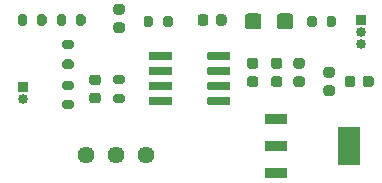
<source format=gbr>
%TF.GenerationSoftware,KiCad,Pcbnew,(5.1.10)-1*%
%TF.CreationDate,2022-02-05T14:04:05-05:00*%
%TF.ProjectId,Strain_Guage_Schematic,53747261-696e-45f4-9775-6167655f5363,rev?*%
%TF.SameCoordinates,Original*%
%TF.FileFunction,Soldermask,Top*%
%TF.FilePolarity,Negative*%
%FSLAX46Y46*%
G04 Gerber Fmt 4.6, Leading zero omitted, Abs format (unit mm)*
G04 Created by KiCad (PCBNEW (5.1.10)-1) date 2022-02-05 14:04:05*
%MOMM*%
%LPD*%
G01*
G04 APERTURE LIST*
%ADD10R,0.850000X0.850000*%
%ADD11O,0.850000X0.850000*%
%ADD12C,1.440000*%
%ADD13R,1.840000X0.930000*%
%ADD14R,1.840000X3.190000*%
G04 APERTURE END LIST*
%TO.C,C1*%
G36*
G01*
X91237000Y-46642000D02*
X90737000Y-46642000D01*
G75*
G02*
X90512000Y-46417000I0J225000D01*
G01*
X90512000Y-45967000D01*
G75*
G02*
X90737000Y-45742000I225000J0D01*
G01*
X91237000Y-45742000D01*
G75*
G02*
X91462000Y-45967000I0J-225000D01*
G01*
X91462000Y-46417000D01*
G75*
G02*
X91237000Y-46642000I-225000J0D01*
G01*
G37*
G36*
G01*
X91237000Y-48192000D02*
X90737000Y-48192000D01*
G75*
G02*
X90512000Y-47967000I0J225000D01*
G01*
X90512000Y-47517000D01*
G75*
G02*
X90737000Y-47292000I225000J0D01*
G01*
X91237000Y-47292000D01*
G75*
G02*
X91462000Y-47517000I0J-225000D01*
G01*
X91462000Y-47967000D01*
G75*
G02*
X91237000Y-48192000I-225000J0D01*
G01*
G37*
%TD*%
%TO.C,C2*%
G36*
G01*
X93142000Y-48192000D02*
X92642000Y-48192000D01*
G75*
G02*
X92417000Y-47967000I0J225000D01*
G01*
X92417000Y-47517000D01*
G75*
G02*
X92642000Y-47292000I225000J0D01*
G01*
X93142000Y-47292000D01*
G75*
G02*
X93367000Y-47517000I0J-225000D01*
G01*
X93367000Y-47967000D01*
G75*
G02*
X93142000Y-48192000I-225000J0D01*
G01*
G37*
G36*
G01*
X93142000Y-46642000D02*
X92642000Y-46642000D01*
G75*
G02*
X92417000Y-46417000I0J225000D01*
G01*
X92417000Y-45967000D01*
G75*
G02*
X92642000Y-45742000I225000J0D01*
G01*
X93142000Y-45742000D01*
G75*
G02*
X93367000Y-45967000I0J-225000D01*
G01*
X93367000Y-46417000D01*
G75*
G02*
X93142000Y-46642000I-225000J0D01*
G01*
G37*
%TD*%
%TO.C,C3*%
G36*
G01*
X98297000Y-47979000D02*
X98297000Y-47479000D01*
G75*
G02*
X98522000Y-47254000I225000J0D01*
G01*
X98972000Y-47254000D01*
G75*
G02*
X99197000Y-47479000I0J-225000D01*
G01*
X99197000Y-47979000D01*
G75*
G02*
X98972000Y-48204000I-225000J0D01*
G01*
X98522000Y-48204000D01*
G75*
G02*
X98297000Y-47979000I0J225000D01*
G01*
G37*
G36*
G01*
X96747000Y-47979000D02*
X96747000Y-47479000D01*
G75*
G02*
X96972000Y-47254000I225000J0D01*
G01*
X97422000Y-47254000D01*
G75*
G02*
X97647000Y-47479000I0J-225000D01*
G01*
X97647000Y-47979000D01*
G75*
G02*
X97422000Y-48204000I-225000J0D01*
G01*
X96972000Y-48204000D01*
G75*
G02*
X96747000Y-47979000I0J225000D01*
G01*
G37*
%TD*%
%TO.C,C4*%
G36*
G01*
X88302000Y-43074001D02*
X88302000Y-42223999D01*
G75*
G02*
X88551999Y-41974000I249999J0D01*
G01*
X89452001Y-41974000D01*
G75*
G02*
X89702000Y-42223999I0J-249999D01*
G01*
X89702000Y-43074001D01*
G75*
G02*
X89452001Y-43324000I-249999J0D01*
G01*
X88551999Y-43324000D01*
G75*
G02*
X88302000Y-43074001I0J249999D01*
G01*
G37*
G36*
G01*
X91002000Y-43074001D02*
X91002000Y-42223999D01*
G75*
G02*
X91251999Y-41974000I249999J0D01*
G01*
X92152001Y-41974000D01*
G75*
G02*
X92402000Y-42223999I0J-249999D01*
G01*
X92402000Y-43074001D01*
G75*
G02*
X92152001Y-43324000I-249999J0D01*
G01*
X91251999Y-43324000D01*
G75*
G02*
X91002000Y-43074001I0J249999D01*
G01*
G37*
%TD*%
%TO.C,C5*%
G36*
G01*
X89205000Y-48192000D02*
X88705000Y-48192000D01*
G75*
G02*
X88480000Y-47967000I0J225000D01*
G01*
X88480000Y-47517000D01*
G75*
G02*
X88705000Y-47292000I225000J0D01*
G01*
X89205000Y-47292000D01*
G75*
G02*
X89430000Y-47517000I0J-225000D01*
G01*
X89430000Y-47967000D01*
G75*
G02*
X89205000Y-48192000I-225000J0D01*
G01*
G37*
G36*
G01*
X89205000Y-46642000D02*
X88705000Y-46642000D01*
G75*
G02*
X88480000Y-46417000I0J225000D01*
G01*
X88480000Y-45967000D01*
G75*
G02*
X88705000Y-45742000I225000J0D01*
G01*
X89205000Y-45742000D01*
G75*
G02*
X89430000Y-45967000I0J-225000D01*
G01*
X89430000Y-46417000D01*
G75*
G02*
X89205000Y-46642000I-225000J0D01*
G01*
G37*
%TD*%
%TO.C,C6*%
G36*
G01*
X77902000Y-43620000D02*
X77402000Y-43620000D01*
G75*
G02*
X77177000Y-43395000I0J225000D01*
G01*
X77177000Y-42945000D01*
G75*
G02*
X77402000Y-42720000I225000J0D01*
G01*
X77902000Y-42720000D01*
G75*
G02*
X78127000Y-42945000I0J-225000D01*
G01*
X78127000Y-43395000D01*
G75*
G02*
X77902000Y-43620000I-225000J0D01*
G01*
G37*
G36*
G01*
X77902000Y-42070000D02*
X77402000Y-42070000D01*
G75*
G02*
X77177000Y-41845000I0J225000D01*
G01*
X77177000Y-41395000D01*
G75*
G02*
X77402000Y-41170000I225000J0D01*
G01*
X77902000Y-41170000D01*
G75*
G02*
X78127000Y-41395000I0J-225000D01*
G01*
X78127000Y-41845000D01*
G75*
G02*
X77902000Y-42070000I-225000J0D01*
G01*
G37*
%TD*%
%TO.C,C7*%
G36*
G01*
X95682000Y-48954000D02*
X95182000Y-48954000D01*
G75*
G02*
X94957000Y-48729000I0J225000D01*
G01*
X94957000Y-48279000D01*
G75*
G02*
X95182000Y-48054000I225000J0D01*
G01*
X95682000Y-48054000D01*
G75*
G02*
X95907000Y-48279000I0J-225000D01*
G01*
X95907000Y-48729000D01*
G75*
G02*
X95682000Y-48954000I-225000J0D01*
G01*
G37*
G36*
G01*
X95682000Y-47404000D02*
X95182000Y-47404000D01*
G75*
G02*
X94957000Y-47179000I0J225000D01*
G01*
X94957000Y-46729000D01*
G75*
G02*
X95182000Y-46504000I225000J0D01*
G01*
X95682000Y-46504000D01*
G75*
G02*
X95907000Y-46729000I0J-225000D01*
G01*
X95907000Y-47179000D01*
G75*
G02*
X95682000Y-47404000I-225000J0D01*
G01*
G37*
%TD*%
%TO.C,C8*%
G36*
G01*
X85851000Y-42772000D02*
X85851000Y-42272000D01*
G75*
G02*
X86076000Y-42047000I225000J0D01*
G01*
X86526000Y-42047000D01*
G75*
G02*
X86751000Y-42272000I0J-225000D01*
G01*
X86751000Y-42772000D01*
G75*
G02*
X86526000Y-42997000I-225000J0D01*
G01*
X86076000Y-42997000D01*
G75*
G02*
X85851000Y-42772000I0J225000D01*
G01*
G37*
G36*
G01*
X84301000Y-42772000D02*
X84301000Y-42272000D01*
G75*
G02*
X84526000Y-42047000I225000J0D01*
G01*
X84976000Y-42047000D01*
G75*
G02*
X85201000Y-42272000I0J-225000D01*
G01*
X85201000Y-42772000D01*
G75*
G02*
X84976000Y-42997000I-225000J0D01*
G01*
X84526000Y-42997000D01*
G75*
G02*
X84301000Y-42772000I0J225000D01*
G01*
G37*
%TD*%
%TO.C,C9*%
G36*
G01*
X75870000Y-48039000D02*
X75370000Y-48039000D01*
G75*
G02*
X75145000Y-47814000I0J225000D01*
G01*
X75145000Y-47364000D01*
G75*
G02*
X75370000Y-47139000I225000J0D01*
G01*
X75870000Y-47139000D01*
G75*
G02*
X76095000Y-47364000I0J-225000D01*
G01*
X76095000Y-47814000D01*
G75*
G02*
X75870000Y-48039000I-225000J0D01*
G01*
G37*
G36*
G01*
X75870000Y-49589000D02*
X75370000Y-49589000D01*
G75*
G02*
X75145000Y-49364000I0J225000D01*
G01*
X75145000Y-48914000D01*
G75*
G02*
X75370000Y-48689000I225000J0D01*
G01*
X75870000Y-48689000D01*
G75*
G02*
X76095000Y-48914000I0J-225000D01*
G01*
X76095000Y-49364000D01*
G75*
G02*
X75870000Y-49589000I-225000J0D01*
G01*
G37*
%TD*%
D10*
%TO.C,J1*%
X98099000Y-42522000D03*
D11*
X98099000Y-43522000D03*
X98099000Y-44522000D03*
%TD*%
D10*
%TO.C,J2*%
X69524000Y-48237000D03*
D11*
X69524000Y-49237000D03*
%TD*%
%TO.C,R2*%
G36*
G01*
X77377000Y-47139000D02*
X77927000Y-47139000D01*
G75*
G02*
X78127000Y-47339000I0J-200000D01*
G01*
X78127000Y-47739000D01*
G75*
G02*
X77927000Y-47939000I-200000J0D01*
G01*
X77377000Y-47939000D01*
G75*
G02*
X77177000Y-47739000I0J200000D01*
G01*
X77177000Y-47339000D01*
G75*
G02*
X77377000Y-47139000I200000J0D01*
G01*
G37*
G36*
G01*
X77377000Y-48789000D02*
X77927000Y-48789000D01*
G75*
G02*
X78127000Y-48989000I0J-200000D01*
G01*
X78127000Y-49389000D01*
G75*
G02*
X77927000Y-49589000I-200000J0D01*
G01*
X77377000Y-49589000D01*
G75*
G02*
X77177000Y-49389000I0J200000D01*
G01*
X77177000Y-48989000D01*
G75*
G02*
X77377000Y-48789000I200000J0D01*
G01*
G37*
%TD*%
%TO.C,R3*%
G36*
G01*
X79729000Y-42924000D02*
X79729000Y-42374000D01*
G75*
G02*
X79929000Y-42174000I200000J0D01*
G01*
X80329000Y-42174000D01*
G75*
G02*
X80529000Y-42374000I0J-200000D01*
G01*
X80529000Y-42924000D01*
G75*
G02*
X80329000Y-43124000I-200000J0D01*
G01*
X79929000Y-43124000D01*
G75*
G02*
X79729000Y-42924000I0J200000D01*
G01*
G37*
G36*
G01*
X81379000Y-42924000D02*
X81379000Y-42374000D01*
G75*
G02*
X81579000Y-42174000I200000J0D01*
G01*
X81979000Y-42174000D01*
G75*
G02*
X82179000Y-42374000I0J-200000D01*
G01*
X82179000Y-42924000D01*
G75*
G02*
X81979000Y-43124000I-200000J0D01*
G01*
X81579000Y-43124000D01*
G75*
G02*
X81379000Y-42924000I0J200000D01*
G01*
G37*
%TD*%
%TO.C,R4*%
G36*
G01*
X95222000Y-42924000D02*
X95222000Y-42374000D01*
G75*
G02*
X95422000Y-42174000I200000J0D01*
G01*
X95822000Y-42174000D01*
G75*
G02*
X96022000Y-42374000I0J-200000D01*
G01*
X96022000Y-42924000D01*
G75*
G02*
X95822000Y-43124000I-200000J0D01*
G01*
X95422000Y-43124000D01*
G75*
G02*
X95222000Y-42924000I0J200000D01*
G01*
G37*
G36*
G01*
X93572000Y-42924000D02*
X93572000Y-42374000D01*
G75*
G02*
X93772000Y-42174000I200000J0D01*
G01*
X94172000Y-42174000D01*
G75*
G02*
X94372000Y-42374000I0J-200000D01*
G01*
X94372000Y-42924000D01*
G75*
G02*
X94172000Y-43124000I-200000J0D01*
G01*
X93772000Y-43124000D01*
G75*
G02*
X93572000Y-42924000I0J200000D01*
G01*
G37*
%TD*%
D12*
%TO.C,RP1*%
X79938000Y-53952000D03*
X77398000Y-53952000D03*
X74858000Y-53952000D03*
%TD*%
%TO.C,R6*%
G36*
G01*
X73609000Y-46668000D02*
X73059000Y-46668000D01*
G75*
G02*
X72859000Y-46468000I0J200000D01*
G01*
X72859000Y-46068000D01*
G75*
G02*
X73059000Y-45868000I200000J0D01*
G01*
X73609000Y-45868000D01*
G75*
G02*
X73809000Y-46068000I0J-200000D01*
G01*
X73809000Y-46468000D01*
G75*
G02*
X73609000Y-46668000I-200000J0D01*
G01*
G37*
G36*
G01*
X73609000Y-45018000D02*
X73059000Y-45018000D01*
G75*
G02*
X72859000Y-44818000I0J200000D01*
G01*
X72859000Y-44418000D01*
G75*
G02*
X73059000Y-44218000I200000J0D01*
G01*
X73609000Y-44218000D01*
G75*
G02*
X73809000Y-44418000I0J-200000D01*
G01*
X73809000Y-44818000D01*
G75*
G02*
X73609000Y-45018000I-200000J0D01*
G01*
G37*
%TD*%
%TO.C,R7*%
G36*
G01*
X74013000Y-42797000D02*
X74013000Y-42247000D01*
G75*
G02*
X74213000Y-42047000I200000J0D01*
G01*
X74613000Y-42047000D01*
G75*
G02*
X74813000Y-42247000I0J-200000D01*
G01*
X74813000Y-42797000D01*
G75*
G02*
X74613000Y-42997000I-200000J0D01*
G01*
X74213000Y-42997000D01*
G75*
G02*
X74013000Y-42797000I0J200000D01*
G01*
G37*
G36*
G01*
X72363000Y-42797000D02*
X72363000Y-42247000D01*
G75*
G02*
X72563000Y-42047000I200000J0D01*
G01*
X72963000Y-42047000D01*
G75*
G02*
X73163000Y-42247000I0J-200000D01*
G01*
X73163000Y-42797000D01*
G75*
G02*
X72963000Y-42997000I-200000J0D01*
G01*
X72563000Y-42997000D01*
G75*
G02*
X72363000Y-42797000I0J200000D01*
G01*
G37*
%TD*%
%TO.C,R8*%
G36*
G01*
X69061000Y-42797000D02*
X69061000Y-42247000D01*
G75*
G02*
X69261000Y-42047000I200000J0D01*
G01*
X69661000Y-42047000D01*
G75*
G02*
X69861000Y-42247000I0J-200000D01*
G01*
X69861000Y-42797000D01*
G75*
G02*
X69661000Y-42997000I-200000J0D01*
G01*
X69261000Y-42997000D01*
G75*
G02*
X69061000Y-42797000I0J200000D01*
G01*
G37*
G36*
G01*
X70711000Y-42797000D02*
X70711000Y-42247000D01*
G75*
G02*
X70911000Y-42047000I200000J0D01*
G01*
X71311000Y-42047000D01*
G75*
G02*
X71511000Y-42247000I0J-200000D01*
G01*
X71511000Y-42797000D01*
G75*
G02*
X71311000Y-42997000I-200000J0D01*
G01*
X70911000Y-42997000D01*
G75*
G02*
X70711000Y-42797000I0J200000D01*
G01*
G37*
%TD*%
%TO.C,R9*%
G36*
G01*
X73609000Y-48447000D02*
X73059000Y-48447000D01*
G75*
G02*
X72859000Y-48247000I0J200000D01*
G01*
X72859000Y-47847000D01*
G75*
G02*
X73059000Y-47647000I200000J0D01*
G01*
X73609000Y-47647000D01*
G75*
G02*
X73809000Y-47847000I0J-200000D01*
G01*
X73809000Y-48247000D01*
G75*
G02*
X73609000Y-48447000I-200000J0D01*
G01*
G37*
G36*
G01*
X73609000Y-50097000D02*
X73059000Y-50097000D01*
G75*
G02*
X72859000Y-49897000I0J200000D01*
G01*
X72859000Y-49497000D01*
G75*
G02*
X73059000Y-49297000I200000J0D01*
G01*
X73609000Y-49297000D01*
G75*
G02*
X73809000Y-49497000I0J-200000D01*
G01*
X73809000Y-49897000D01*
G75*
G02*
X73609000Y-50097000I-200000J0D01*
G01*
G37*
%TD*%
%TO.C,U1*%
G36*
G01*
X87076000Y-49122000D02*
X87076000Y-49638000D01*
G75*
G02*
X87034000Y-49680000I-42000J0D01*
G01*
X85148000Y-49680000D01*
G75*
G02*
X85106000Y-49638000I0J42000D01*
G01*
X85106000Y-49122000D01*
G75*
G02*
X85148000Y-49080000I42000J0D01*
G01*
X87034000Y-49080000D01*
G75*
G02*
X87076000Y-49122000I0J-42000D01*
G01*
G37*
G36*
G01*
X87076000Y-47852000D02*
X87076000Y-48368000D01*
G75*
G02*
X87034000Y-48410000I-42000J0D01*
G01*
X85148000Y-48410000D01*
G75*
G02*
X85106000Y-48368000I0J42000D01*
G01*
X85106000Y-47852000D01*
G75*
G02*
X85148000Y-47810000I42000J0D01*
G01*
X87034000Y-47810000D01*
G75*
G02*
X87076000Y-47852000I0J-42000D01*
G01*
G37*
G36*
G01*
X87076000Y-46582000D02*
X87076000Y-47098000D01*
G75*
G02*
X87034000Y-47140000I-42000J0D01*
G01*
X85148000Y-47140000D01*
G75*
G02*
X85106000Y-47098000I0J42000D01*
G01*
X85106000Y-46582000D01*
G75*
G02*
X85148000Y-46540000I42000J0D01*
G01*
X87034000Y-46540000D01*
G75*
G02*
X87076000Y-46582000I0J-42000D01*
G01*
G37*
G36*
G01*
X87076000Y-45312000D02*
X87076000Y-45828000D01*
G75*
G02*
X87034000Y-45870000I-42000J0D01*
G01*
X85148000Y-45870000D01*
G75*
G02*
X85106000Y-45828000I0J42000D01*
G01*
X85106000Y-45312000D01*
G75*
G02*
X85148000Y-45270000I42000J0D01*
G01*
X87034000Y-45270000D01*
G75*
G02*
X87076000Y-45312000I0J-42000D01*
G01*
G37*
G36*
G01*
X82136000Y-45312000D02*
X82136000Y-45828000D01*
G75*
G02*
X82094000Y-45870000I-42000J0D01*
G01*
X80208000Y-45870000D01*
G75*
G02*
X80166000Y-45828000I0J42000D01*
G01*
X80166000Y-45312000D01*
G75*
G02*
X80208000Y-45270000I42000J0D01*
G01*
X82094000Y-45270000D01*
G75*
G02*
X82136000Y-45312000I0J-42000D01*
G01*
G37*
G36*
G01*
X82136000Y-46582000D02*
X82136000Y-47098000D01*
G75*
G02*
X82094000Y-47140000I-42000J0D01*
G01*
X80208000Y-47140000D01*
G75*
G02*
X80166000Y-47098000I0J42000D01*
G01*
X80166000Y-46582000D01*
G75*
G02*
X80208000Y-46540000I42000J0D01*
G01*
X82094000Y-46540000D01*
G75*
G02*
X82136000Y-46582000I0J-42000D01*
G01*
G37*
G36*
G01*
X82136000Y-47852000D02*
X82136000Y-48368000D01*
G75*
G02*
X82094000Y-48410000I-42000J0D01*
G01*
X80208000Y-48410000D01*
G75*
G02*
X80166000Y-48368000I0J42000D01*
G01*
X80166000Y-47852000D01*
G75*
G02*
X80208000Y-47810000I42000J0D01*
G01*
X82094000Y-47810000D01*
G75*
G02*
X82136000Y-47852000I0J-42000D01*
G01*
G37*
G36*
G01*
X82136000Y-49122000D02*
X82136000Y-49638000D01*
G75*
G02*
X82094000Y-49680000I-42000J0D01*
G01*
X80208000Y-49680000D01*
G75*
G02*
X80166000Y-49638000I0J42000D01*
G01*
X80166000Y-49122000D01*
G75*
G02*
X80208000Y-49080000I42000J0D01*
G01*
X82094000Y-49080000D01*
G75*
G02*
X82136000Y-49122000I0J-42000D01*
G01*
G37*
%TD*%
D13*
%TO.C,VR1*%
X90950000Y-50890000D03*
X90950000Y-53190000D03*
X90950000Y-55490000D03*
D14*
X97120000Y-53190000D03*
%TD*%
M02*

</source>
